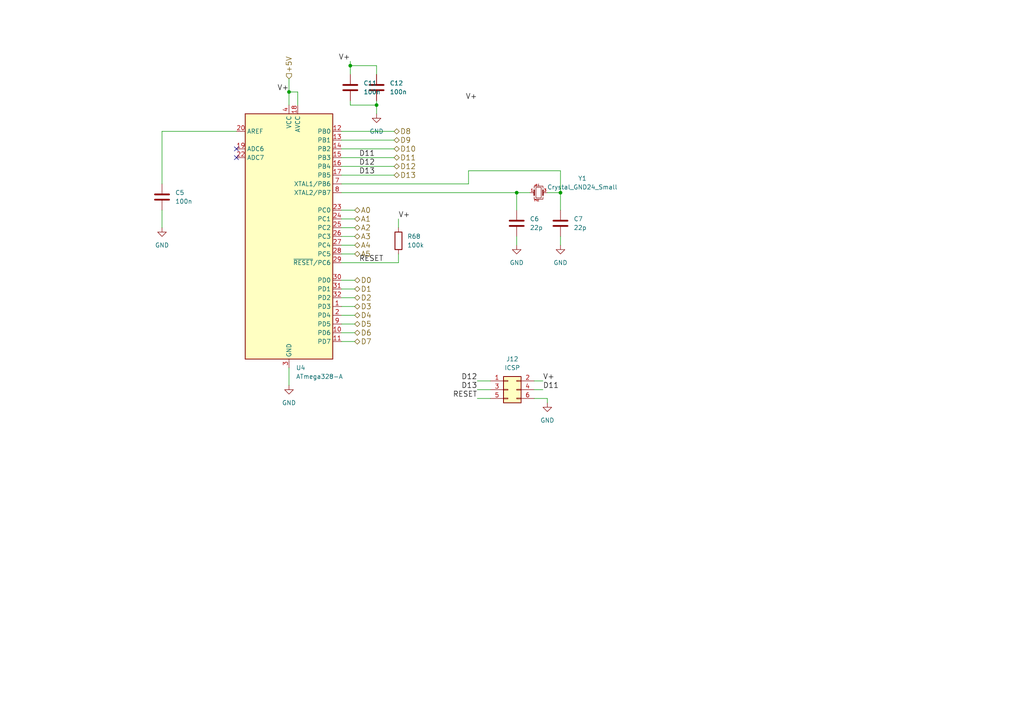
<source format=kicad_sch>
(kicad_sch (version 20211123) (generator eeschema)
  (paper "A4")
  (lib_symbols
    (symbol "Connector_Generic:Conn_02x03_Odd_Even" (pin_names (offset 1.016) hide)
      (property "Reference" "J" (at 1.27 5.08 0))
      (property "Value" "Conn_02x03_Odd_Even" (at 1.27 -5.08 0))
      (symbol "Conn_02x03_Odd_Even_1_1"
        (rectangle (start -1.27 -2.413) (end 0 -2.667) (stroke (width 0.1524)))
        (rectangle (start -1.27 0.127) (end 0 -0.127) (stroke (width 0.1524)))
        (rectangle (start -1.27 2.667) (end 0 2.413) (stroke (width 0.1524)))
        (rectangle (start -1.27 3.81) (end 3.81 -3.81) (stroke (width 0.254)) (fill (type background)))
        (rectangle (start 3.81 -2.413) (end 2.54 -2.667) (stroke (width 0.1524)))
        (rectangle (start 3.81 0.127) (end 2.54 -0.127) (stroke (width 0.1524)))
        (rectangle (start 3.81 2.667) (end 2.54 2.413) (stroke (width 0.1524)))
        (pin passive line (at -5.08 2.54 0) (length 3.81) (name "Pin_1") (number "1"))
        (pin passive line (at 7.62 2.54 180) (length 3.81) (name "Pin_2") (number "2"))
        (pin passive line (at -5.08 0 0) (length 3.81) (name "Pin_3") (number "3"))
        (pin passive line (at 7.62 0 180) (length 3.81) (name "Pin_4") (number "4"))
        (pin passive line (at -5.08 -2.54 0) (length 3.81) (name "Pin_5") (number "5"))
        (pin passive line (at 7.62 -2.54 180) (length 3.81) (name "Pin_6") (number "6"))
      )
    )
    (symbol "Device:C" (pin_numbers hide) (pin_names (offset 0.254))
      (property "Reference" "C" (at 0.635 2.54 0))
      (property "Value" "C" (at 0.635 -2.54 0))
      (symbol "C_0_1"
        (polyline (pts (xy -2.032 -0.762) (xy 2.032 -0.762)) (stroke (width 0.508)))
        (polyline (pts (xy -2.032 0.762) (xy 2.032 0.762)) (stroke (width 0.508)))
      )
      (symbol "C_1_1"
        (pin passive line (at 0 3.81 270) (length 2.794) (name "~") (number "1"))
        (pin passive line (at 0 -3.81 90) (length 2.794) (name "~") (number "2"))
      )
    )
    (symbol "Device:Crystal_GND24_Small" (pin_names (offset 1.016) hide)
      (property "Reference" "Y" (at 1.27 4.445 0))
      (property "Value" "Crystal_GND24_Small" (at 1.27 2.54 0))
      (symbol "Crystal_GND24_Small_0_1"
        (rectangle (start -0.762 -1.524) (end 0.762 1.524))
        (polyline (pts (xy -1.27 -0.762) (xy -1.27 0.762)) (stroke (width 0.381)))
        (polyline (pts (xy 1.27 -0.762) (xy 1.27 0.762)) (stroke (width 0.381)))
        (polyline (pts (xy -1.27 -1.27) (xy -1.27 -1.905) (xy 1.27 -1.905) (xy 1.27 -1.27)))
        (polyline (pts (xy -1.27 1.27) (xy -1.27 1.905) (xy 1.27 1.905) (xy 1.27 1.27)))
      )
      (symbol "Crystal_GND24_Small_1_1"
        (pin passive line (at -2.54 0 0) (length 1.27) (name "1") (number "1"))
        (pin passive line (at 0 -2.54 90) (length 0.635) (name "2") (number "2"))
        (pin passive line (at 2.54 0 180) (length 1.27) (name "3") (number "3"))
        (pin passive line (at 0 2.54 270) (length 0.635) (name "4") (number "4"))
      )
    )
    (symbol "Device:R" (pin_numbers hide) (pin_names (offset 0))
      (property "Reference" "R" (at 2.032 0 90))
      (property "Value" "R" (at 0 0 90))
      (symbol "R_0_1"
        (rectangle (start -1.016 -2.54) (end 1.016 2.54) (stroke (width 0.254)))
      )
      (symbol "R_1_1"
        (pin passive line (at 0 3.81 270) (length 1.27) (name "~") (number "1"))
        (pin passive line (at 0 -3.81 90) (length 1.27) (name "~") (number "2"))
      )
    )
    (symbol "MCU_Microchip_ATmega:ATmega328-A"
      (property "Reference" "U" (at -12.7 36.83 0))
      (property "Value" "ATmega328-A" (at 2.54 -36.83 0))
      (symbol "ATmega328-A_0_1"
        (rectangle (start -12.7 -35.56) (end 12.7 35.56) (stroke (width 0.254)) (fill (type background)))
      )
      (symbol "ATmega328-A_1_1"
        (pin bidirectional line (at 15.24 -20.32 180) (length 2.54) (name "PD3") (number "1"))
        (pin bidirectional line (at 15.24 -27.94 180) (length 2.54) (name "PD6") (number "10"))
        (pin bidirectional line (at 15.24 -30.48 180) (length 2.54) (name "PD7") (number "11"))
        (pin bidirectional line (at 15.24 30.48 180) (length 2.54) (name "PB0") (number "12"))
        (pin bidirectional line (at 15.24 27.94 180) (length 2.54) (name "PB1") (number "13"))
        (pin bidirectional line (at 15.24 25.4 180) (length 2.54) (name "PB2") (number "14"))
        (pin bidirectional line (at 15.24 22.86 180) (length 2.54) (name "PB3") (number "15"))
        (pin bidirectional line (at 15.24 20.32 180) (length 2.54) (name "PB4") (number "16"))
        (pin bidirectional line (at 15.24 17.78 180) (length 2.54) (name "PB5") (number "17"))
        (pin power_in line (at 2.54 38.1 270) (length 2.54) (name "AVCC") (number "18"))
        (pin input line (at -15.24 25.4 0) (length 2.54) (name "ADC6") (number "19"))
        (pin bidirectional line (at 15.24 -22.86 180) (length 2.54) (name "PD4") (number "2"))
        (pin passive line (at -15.24 30.48 0) (length 2.54) (name "AREF") (number "20"))
        (pin passive line (at 0 -38.1 90) (length 2.54) hide (name "GND") (number "21"))
        (pin input line (at -15.24 22.86 0) (length 2.54) (name "ADC7") (number "22"))
        (pin bidirectional line (at 15.24 7.62 180) (length 2.54) (name "PC0") (number "23"))
        (pin bidirectional line (at 15.24 5.08 180) (length 2.54) (name "PC1") (number "24"))
        (pin bidirectional line (at 15.24 2.54 180) (length 2.54) (name "PC2") (number "25"))
        (pin bidirectional line (at 15.24 0 180) (length 2.54) (name "PC3") (number "26"))
        (pin bidirectional line (at 15.24 -2.54 180) (length 2.54) (name "PC4") (number "27"))
        (pin bidirectional line (at 15.24 -5.08 180) (length 2.54) (name "PC5") (number "28"))
        (pin bidirectional line (at 15.24 -7.62 180) (length 2.54) (name "~{RESET}/PC6") (number "29"))
        (pin power_in line (at 0 -38.1 90) (length 2.54) (name "GND") (number "3"))
        (pin bidirectional line (at 15.24 -12.7 180) (length 2.54) (name "PD0") (number "30"))
        (pin bidirectional line (at 15.24 -15.24 180) (length 2.54) (name "PD1") (number "31"))
        (pin bidirectional line (at 15.24 -17.78 180) (length 2.54) (name "PD2") (number "32"))
        (pin power_in line (at 0 38.1 270) (length 2.54) (name "VCC") (number "4"))
        (pin passive line (at 0 -38.1 90) (length 2.54) hide (name "GND") (number "5"))
        (pin passive line (at 0 38.1 270) (length 2.54) hide (name "VCC") (number "6"))
        (pin bidirectional line (at 15.24 15.24 180) (length 2.54) (name "XTAL1/PB6") (number "7"))
        (pin bidirectional line (at 15.24 12.7 180) (length 2.54) (name "XTAL2/PB7") (number "8"))
        (pin bidirectional line (at 15.24 -25.4 180) (length 2.54) (name "PD5") (number "9"))
      )
    )
    (symbol "power:GND" (power) (pin_names (offset 0))
      (property "Value" "GND" (at 0 -3.81 0))
      (symbol "GND_0_1"
        (polyline (pts (xy 0 0) (xy 0 -1.27) (xy 1.27 -1.27) (xy 0 -2.54) (xy -1.27 -1.27) (xy 0 -1.27)))
      )
      (symbol "GND_1_1"
        (pin power_in line (at 0 0 270) (length 0) hide (name "GND") (number "1"))
      )
    )
  )
  (junction (at 149.86 55.88))
  (junction (at 109.22 30.48))
  (junction (at 101.6 19.05))
  (junction (at 83.82 26.67))
  (junction (at 162.56 55.88))
  (no_connect (at 68.58 43.18))
  (no_connect (at 68.58 45.72))
  (wire (pts (xy 99.06 86.36) (xy 102.87 86.36)))
  (wire (pts (xy 101.6 29.21) (xy 101.6 30.48)))
  (wire (pts (xy 83.82 22.86) (xy 83.82 26.67)))
  (wire (pts (xy 99.06 91.44) (xy 102.87 91.44)))
  (wire (pts (xy 138.43 110.49) (xy 142.24 110.49)))
  (wire (pts (xy 83.82 106.68) (xy 83.82 111.76)))
  (wire (pts (xy 101.6 19.05) (xy 101.6 21.59)))
  (wire (pts (xy 99.06 88.9) (xy 102.87 88.9)))
  (wire (pts (xy 135.89 53.34) (xy 135.89 49.53)))
  (wire (pts (xy 109.22 19.05) (xy 109.22 21.59)))
  (wire (pts (xy 99.06 45.72) (xy 114.3 45.72)))
  (wire (pts (xy 158.75 115.57) (xy 158.75 116.84)))
  (wire (pts (xy 99.06 60.96) (xy 102.87 60.96)))
  (wire (pts (xy 99.06 71.12) (xy 102.87 71.12)))
  (wire (pts (xy 99.06 93.98) (xy 102.87 93.98)))
  (wire (pts (xy 162.56 49.53) (xy 162.56 55.88)))
  (wire (pts (xy 99.06 40.64) (xy 114.3 40.64)))
  (wire (pts (xy 99.06 38.1) (xy 114.3 38.1)))
  (wire (pts (xy 99.06 66.04) (xy 102.87 66.04)))
  (wire (pts (xy 83.82 26.67) (xy 86.36 26.67)))
  (wire (pts (xy 101.6 17.78) (xy 101.6 19.05)))
  (wire (pts (xy 158.75 55.88) (xy 162.56 55.88)))
  (wire (pts (xy 138.43 115.57) (xy 142.24 115.57)))
  (wire (pts (xy 99.06 55.88) (xy 149.86 55.88)))
  (wire (pts (xy 101.6 19.05) (xy 109.22 19.05)))
  (wire (pts (xy 83.82 26.67) (xy 83.82 30.48)))
  (wire (pts (xy 99.06 96.52) (xy 102.87 96.52)))
  (wire (pts (xy 99.06 99.06) (xy 102.87 99.06)))
  (wire (pts (xy 149.86 55.88) (xy 149.86 60.96)))
  (wire (pts (xy 109.22 30.48) (xy 109.22 33.02)))
  (wire (pts (xy 99.06 63.5) (xy 102.87 63.5)))
  (wire (pts (xy 99.06 83.82) (xy 102.87 83.82)))
  (wire (pts (xy 86.36 26.67) (xy 86.36 30.48)))
  (wire (pts (xy 154.94 115.57) (xy 158.75 115.57)))
  (wire (pts (xy 99.06 68.58) (xy 102.87 68.58)))
  (wire (pts (xy 162.56 68.58) (xy 162.56 71.12)))
  (wire (pts (xy 46.99 60.96) (xy 46.99 66.04)))
  (wire (pts (xy 46.99 38.1) (xy 46.99 53.34)))
  (wire (pts (xy 99.06 48.26) (xy 114.3 48.26)))
  (wire (pts (xy 101.6 30.48) (xy 109.22 30.48)))
  (wire (pts (xy 68.58 38.1) (xy 46.99 38.1)))
  (wire (pts (xy 138.43 113.03) (xy 142.24 113.03)))
  (wire (pts (xy 154.94 113.03) (xy 157.48 113.03)))
  (wire (pts (xy 99.06 76.2) (xy 115.57 76.2)))
  (wire (pts (xy 99.06 50.8) (xy 114.3 50.8)))
  (wire (pts (xy 153.67 55.88) (xy 149.86 55.88)))
  (wire (pts (xy 135.89 49.53) (xy 162.56 49.53)))
  (wire (pts (xy 149.86 68.58) (xy 149.86 71.12)))
  (wire (pts (xy 99.06 43.18) (xy 114.3 43.18)))
  (wire (pts (xy 154.94 110.49) (xy 157.48 110.49)))
  (wire (pts (xy 115.57 76.2) (xy 115.57 73.66)))
  (wire (pts (xy 109.22 29.21) (xy 109.22 30.48)))
  (wire (pts (xy 115.57 63.5) (xy 115.57 66.04)))
  (wire (pts (xy 99.06 53.34) (xy 135.89 53.34)))
  (wire (pts (xy 99.06 73.66) (xy 102.87 73.66)))
  (wire (pts (xy 99.06 81.28) (xy 102.87 81.28)))
  (wire (pts (xy 162.56 55.88) (xy 162.56 60.96)))
  (label "RESET" (at 104.14 76.2 0) (effects (font (size 1.524 1.524))))
  (label "V+" (at 157.48 110.49 0) (effects (font (size 1.524 1.524))))
  (label "RESET" (at 138.43 115.57 180) (effects (font (size 1.524 1.524))))
  (label "D12" (at 138.43 110.49 180) (effects (font (size 1.524 1.524))))
  (label "D13" (at 104.14 50.8 0) (effects (font (size 1.524 1.524))))
  (label "V+" (at 101.6 17.78 180) (effects (font (size 1.524 1.524))))
  (label "V+" (at 83.82 26.67 180) (effects (font (size 1.524 1.524))))
  (label "V+" (at 138.43 29.21 180) (effects (font (size 1.524 1.524))))
  (label "D11" (at 157.48 113.03 0) (effects (font (size 1.524 1.524))))
  (label "V+" (at 115.57 63.5 0) (effects (font (size 1.524 1.524))))
  (label "D13" (at 138.43 113.03 180) (effects (font (size 1.524 1.524))))
  (label "D11" (at 104.14 45.72 0) (effects (font (size 1.524 1.524))))
  (label "D12" (at 104.14 48.26 0) (effects (font (size 1.524 1.524))))
  (hierarchical_label "D5" (shape bidirectional) (at 102.87 93.98 0) (effects (font (size 1.524 1.524))))
  (hierarchical_label "A5" (shape bidirectional) (at 102.87 73.66 0) (effects (font (size 1.524 1.524))))
  (hierarchical_label "A4" (shape bidirectional) (at 102.87 71.12 0) (effects (font (size 1.524 1.524))))
  (hierarchical_label "D11" (shape bidirectional) (at 114.3 45.72 0) (effects (font (size 1.524 1.524))))
  (hierarchical_label "D9" (shape bidirectional) (at 114.3 40.64 0) (effects (font (size 1.524 1.524))))
  (hierarchical_label "A3" (shape bidirectional) (at 102.87 68.58 0) (effects (font (size 1.524 1.524))))
  (hierarchical_label "A2" (shape bidirectional) (at 102.87 66.04 0) (effects (font (size 1.524 1.524))))
  (hierarchical_label "D0" (shape bidirectional) (at 102.87 81.28 0) (effects (font (size 1.524 1.524))))
  (hierarchical_label "D2" (shape bidirectional) (at 102.87 86.36 0) (effects (font (size 1.524 1.524))))
  (hierarchical_label "D6" (shape bidirectional) (at 102.87 96.52 0) (effects (font (size 1.524 1.524))))
  (hierarchical_label "D7" (shape bidirectional) (at 102.87 99.06 0) (effects (font (size 1.524 1.524))))
  (hierarchical_label "D10" (shape bidirectional) (at 114.3 43.18 0) (effects (font (size 1.524 1.524))))
  (hierarchical_label "+5V" (shape input) (at 83.82 22.86 90) (effects (font (size 1.524 1.524))))
  (hierarchical_label "D12" (shape bidirectional) (at 114.3 48.26 0) (effects (font (size 1.524 1.524))))
  (hierarchical_label "D13" (shape bidirectional) (at 114.3 50.8 0) (effects (font (size 1.524 1.524))))
  (hierarchical_label "D1" (shape bidirectional) (at 102.87 83.82 0) (effects (font (size 1.524 1.524))))
  (hierarchical_label "A0" (shape bidirectional) (at 102.87 60.96 0) (effects (font (size 1.524 1.524))))
  (hierarchical_label "D4" (shape bidirectional) (at 102.87 91.44 0) (effects (font (size 1.524 1.524))))
  (hierarchical_label "A1" (shape bidirectional) (at 102.87 63.5 0) (effects (font (size 1.524 1.524))))
  (hierarchical_label "D8" (shape bidirectional) (at 114.3 38.1 0) (effects (font (size 1.524 1.524))))
  (hierarchical_label "D3" (shape bidirectional) (at 102.87 88.9 0) (effects (font (size 1.524 1.524))))
  (symbol (lib_id "Device:C") (at 109.22 25.4 0) (unit 1)
    (property "Reference" "C12" (at 113.03 24.1299 0) (effects (justify left)))
    (property "Value" "100n" (at 113.03 26.6699 0) (effects (justify left)))
    (property "Footprint" "Capacitor_SMD:C_0402_1005Metric" (effects hide))
  )
  (symbol (lib_id "power:GND") (at 109.22 33.02 0) (unit 1)
    (property "Reference" "#PWR0113" (effects hide))
    (property "Value" "GND" (at 109.22 38.1 0))
  )
  (symbol (lib_id "MCU_Microchip_ATmega:ATmega328-A") (at 83.82 68.58 0) (unit 1)
    (property "Reference" "U4" (at 85.8394 106.68 0) (effects (justify left)))
    (property "Value" "ATmega328-A" (at 85.8394 109.22 0) (effects (justify left)))
    (property "Footprint" "Package_QFP:TQFP-32_7x7mm_P0.8mm" (effects hide))
    (property "Datasheet" "http://ww1.microchip.com/downloads/en/DeviceDoc/ATmega328_P%20AVR%20MCU%20with%20picoPower%20Technology%20Data%20Sheet%2040001984A.pdf" (effects hide))
  )
  (symbol (lib_id "power:GND") (at 46.99 66.04 0) (unit 1)
    (property "Reference" "#PWR0101" (effects hide))
    (property "Value" "GND" (at 46.99 71.12 0))
  )
  (symbol (lib_id "Device:C") (at 162.56 64.77 0) (unit 1)
    (property "Reference" "C7" (at 166.37 63.4999 0) (effects (justify left)))
    (property "Value" "22p" (at 166.37 66.0399 0) (effects (justify left)))
    (property "Footprint" "Capacitor_SMD:C_0402_1005Metric" (effects hide))
  )
  (symbol (lib_id "power:GND") (at 162.56 71.12 0) (unit 1)
    (property "Reference" "#PWR0110" (effects hide))
    (property "Value" "GND" (at 162.56 76.2 0))
  )
  (symbol (lib_id "power:GND") (at 83.82 111.76 0) (unit 1)
    (property "Reference" "#PWR0107" (effects hide))
    (property "Value" "GND" (at 83.82 116.84 0))
  )
  (symbol (lib_id "Connector_Generic:Conn_02x03_Odd_Even") (at 147.32 113.03 0) (unit 1)
    (property "Reference" "J12" (at 148.59 104.14 0))
    (property "Value" "ICSP" (at 148.59 106.68 0))
    (property "Footprint" "Connector_PinHeader_2.54mm:PinHeader_2x03_P2.54mm_Vertical" (effects hide))
  )
  (symbol (lib_id "Device:C") (at 149.86 64.77 0) (unit 1)
    (property "Reference" "C6" (at 153.67 63.4999 0) (effects (justify left)))
    (property "Value" "22p" (at 153.67 66.0399 0) (effects (justify left)))
    (property "Footprint" "Capacitor_SMD:C_0402_1005Metric" (effects hide))
  )
  (symbol (lib_id "power:GND") (at 158.75 116.84 0) (unit 1)
    (property "Reference" "#PWR0108" (effects hide))
    (property "Value" "GND" (at 158.75 121.92 0))
  )
  (symbol (lib_id "Device:C") (at 101.6 25.4 0) (unit 1)
    (property "Reference" "C11" (at 105.41 24.1299 0) (effects (justify left)))
    (property "Value" "100n" (at 105.41 26.6699 0) (effects (justify left)))
    (property "Footprint" "Capacitor_SMD:C_0402_1005Metric" (effects hide))
  )
  (symbol (lib_id "Device:Crystal_GND24_Small") (at 156.21 55.88 0) (unit 1)
    (property "Reference" "Y1" (at 168.91 51.7398 0))
    (property "Value" "Crystal_GND24_Small" (at 168.91 54.2798 0))
    (property "Footprint" "Crystal:Crystal_SMD_3225-4Pin_3.2x2.5mm" (effects hide))
  )
  (symbol (lib_id "Device:C") (at 46.99 57.15 0) (unit 1)
    (property "Reference" "C5" (at 50.8 55.8799 0) (effects (justify left)))
    (property "Value" "100n" (at 50.8 58.4199 0) (effects (justify left)))
    (property "Footprint" "Capacitor_SMD:C_0402_1005Metric" (effects hide))
  )
  (symbol (lib_id "power:GND") (at 149.86 71.12 0) (unit 1)
    (property "Reference" "#PWR0109" (effects hide))
    (property "Value" "GND" (at 149.86 76.2 0))
  )
  (symbol (lib_id "Device:R") (at 115.57 69.85 0) (unit 1)
    (property "Reference" "R68" (at 118.11 68.5799 0) (effects (justify left)))
    (property "Value" "100k" (at 118.11 71.1199 0) (effects (justify left)))
    (property "Footprint" "Resistor_SMD:R_0402_1005Metric" (effects hide))
  )
)
</source>
